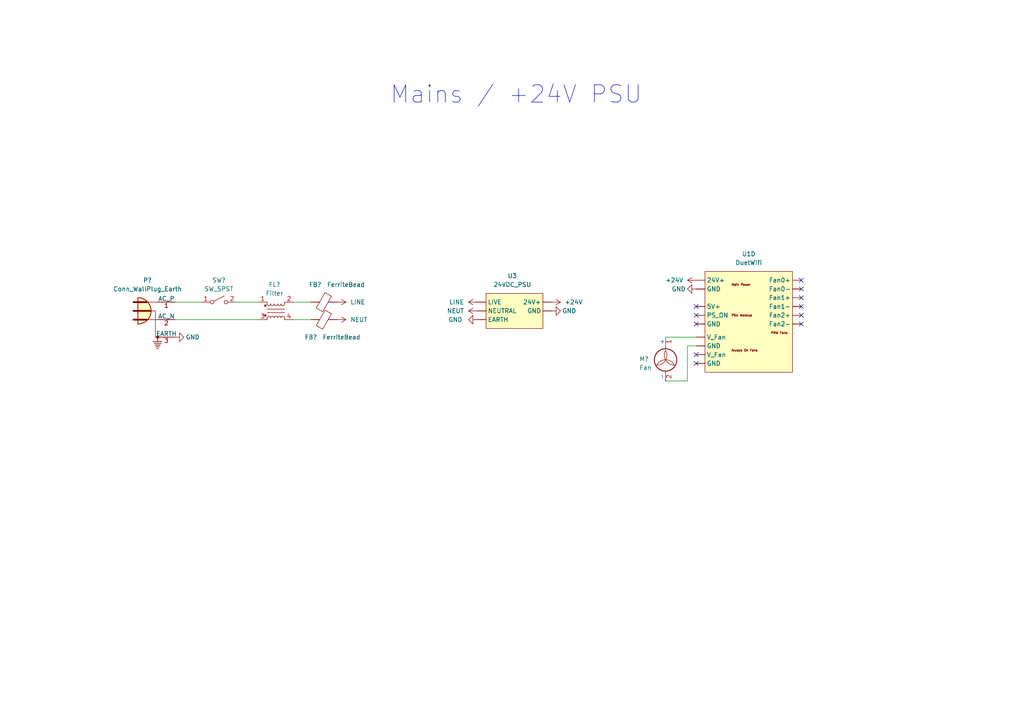
<source format=kicad_sch>
(kicad_sch (version 20211123) (generator eeschema)
  (paper "A4")
  (title_block (title "Mains / +24V PSU"))
  (lib_symbols
    (symbol "Connector:Conn_WallPlug_Earth" (pin_names (offset 0))
      (property "Reference" "P" (at 0 3.81 0))
      (property "Value" "Conn_WallPlug_Earth" (at -5.08 0 90))
      (symbol "Conn_WallPlug_Earth_0_1"
        (arc (start -3.175 -3.81) (mid 0.635 0) (end -3.175 3.81) (stroke (width 0.254)) (fill (type background)))
        (polyline (pts (xy -4.445 -2.54) (xy -0.635 -2.54)) (stroke (width 0.508)))
        (polyline (pts (xy -4.445 0) (xy 0.508 0)) (stroke (width 0.508)))
        (polyline (pts (xy -4.445 2.54) (xy -0.635 2.54)) (stroke (width 0.508)))
        (polyline (pts (xy -3.175 -3.81) (xy -3.175 3.81)) (stroke (width 0.254)))
        (polyline (pts (xy -0.635 -2.54) (xy 2.54 -2.54)))
        (polyline (pts (xy -0.635 2.54) (xy 2.54 2.54)))
        (polyline (pts (xy 1.524 -9.398) (xy 3.556 -9.398)) (stroke (width 0.2032)))
        (polyline (pts (xy 1.778 -9.906) (xy 3.302 -9.906)) (stroke (width 0.2032)))
        (polyline (pts (xy 2.032 -10.414) (xy 3.048 -10.414)) (stroke (width 0.2032)))
        (polyline (pts (xy 2.286 -10.922) (xy 2.794 -10.922)) (stroke (width 0.2032)))
        (polyline (pts (xy 2.54 -7.62) (xy 2.54 -8.89)) (stroke (width 0.2032)))
        (polyline (pts (xy 3.81 -8.89) (xy 1.27 -8.89)) (stroke (width 0.2032)))
        (polyline (pts (xy 2.54 -7.62) (xy 1.905 -7.62) (xy 1.905 0) (xy -4.445 0)))
        (circle (center 2.54 -7.62) (radius 0.3556) (fill (type outline)))
      )
      (symbol "Conn_WallPlug_Earth_1_1"
        (pin power_out line (at 7.62 2.54 180) (length 5.08) (name "AC_P") (number "1"))
        (pin power_out line (at 7.62 -2.54 180) (length 5.08) (name "AC_N") (number "2"))
        (pin passive line (at 7.62 -7.62 180) (length 5.08) (name "EARTH") (number "3"))
      )
    )
    (symbol "Custom_Boards:24VDC_PSU"
      (property "Reference" "U" (at 5.08 8.89 0))
      (property "Value" "24VDC_PSU" (at -3.81 8.89 0))
      (symbol "24VDC_PSU_0_1"
        (rectangle (start -8.89 7.62) (end 7.62 -2.54) (fill (type background)))
      )
      (symbol "24VDC_PSU_1_1"
        (pin power_out line (at -11.43 5.08 0) (length 2.54) (name "24V+") (number ""))
        (pin power_in line (at 10.16 0 180) (length 2.54) (name "EARTH") (number ""))
        (pin power_out line (at -11.43 2.54 0) (length 2.54) (name "GND") (number ""))
        (pin power_in line (at 10.16 5.08 180) (length 2.54) (name "LIVE") (number ""))
        (pin power_in line (at 10.16 2.54 180) (length 2.54) (name "NEUTRAL") (number ""))
      )
    )
    (symbol "Device:FerriteBead" (pin_numbers hide) (pin_names (offset 0))
      (property "Reference" "FB" (at -3.81 0.635 90))
      (property "Value" "FerriteBead" (at 3.81 0 90))
      (symbol "FerriteBead_0_1"
        (polyline (pts (xy 0 -1.27) (xy 0 -1.2192)))
        (polyline (pts (xy 0 1.27) (xy 0 1.2954)))
        (polyline (pts (xy -2.7686 0.4064) (xy -1.7018 2.2606) (xy 2.7686 -0.3048) (xy 1.6764 -2.159) (xy -2.7686 0.4064)))
      )
      (symbol "FerriteBead_1_1"
        (pin passive line (at 0 3.81 270) (length 2.54) (name "~") (number "1"))
        (pin passive line (at 0 -3.81 90) (length 2.54) (name "~") (number "2"))
      )
    )
    (symbol "Device:Filter_EMI_CommonMode" (pin_names (offset 0.254) hide)
      (property "Reference" "FL" (at 0 4.445 0))
      (property "Value" "Filter_EMI_CommonMode" (at 0 -4.445 0))
      (symbol "Filter_EMI_CommonMode_0_1"
        (circle (center -3.048 -1.27) (radius 0.254) (fill (type outline)))
        (circle (center -3.048 1.524) (radius 0.254) (fill (type outline)))
        (arc (start -2.54 2.032) (mid -2.032 1.524) (end -1.524 2.032))
        (arc (start -1.524 -2.032) (mid -2.032 -1.524) (end -2.54 -2.032))
        (arc (start -1.524 2.032) (mid -1.016 1.524) (end -0.508 2.032))
        (arc (start -0.508 -2.032) (mid -1.016 -1.524) (end -1.524 -2.032))
        (arc (start -0.508 2.032) (mid 0 1.524) (end 0.508 2.032))
        (polyline (pts (xy -2.54 -2.032) (xy -2.54 -2.54)))
        (polyline (pts (xy -2.54 0.508) (xy 2.54 0.508)))
        (polyline (pts (xy -2.54 2.032) (xy -2.54 2.54)))
        (polyline (pts (xy 2.54 -2.032) (xy 2.54 -2.54)))
        (polyline (pts (xy 2.54 -0.508) (xy -2.54 -0.508)))
        (polyline (pts (xy 2.54 2.54) (xy 2.54 2.032)))
        (arc (start 0.508 -2.032) (mid 0 -1.524) (end -0.508 -2.032))
        (arc (start 0.508 2.032) (mid 1.016 1.524) (end 1.524 2.032))
        (arc (start 1.524 -2.032) (mid 1.016 -1.524) (end 0.508 -2.032))
        (arc (start 1.524 2.032) (mid 2.032 1.524) (end 2.54 2.032))
        (arc (start 2.54 -2.032) (mid 2.032 -1.524) (end 1.524 -2.032))
      )
      (symbol "Filter_EMI_CommonMode_1_1"
        (pin passive line (at -5.08 2.54 0) (length 2.54) (name "1") (number "1"))
        (pin passive line (at 5.08 2.54 180) (length 2.54) (name "2") (number "2"))
        (pin passive line (at -5.08 -2.54 0) (length 2.54) (name "3") (number "3"))
        (pin passive line (at 5.08 -2.54 180) (length 2.54) (name "4") (number "4"))
      )
    )
    (symbol "DuetWifi_8"
      (property "Reference" "U" (at 5.08 2.54 0))
      (property "Value" "DuetWifi_8" (at -5.08 2.54 0))
      (symbol "DuetWifi_8_1_0"
        (text "Stepper Outputs" (at -10.16 -30.48 0) (effects (font (size 0.635 0.635)) (justify left)))
        (text "Stepper Outputs" (at -10.16 -30.48 0) (effects (font (size 0.635 0.635)) (justify left)))
      )
      (symbol "DuetWifi_8_1_1"
        (rectangle (start -13.97 0) (end 15.24 -38.1) (fill (type background)))
        (pin output line (at -16.51 -2.54 0) (length 2.54) (name "Drive0_A+") (number ""))
        (pin output line (at -16.51 -5.08 0) (length 2.54) (name "Drive0_A-") (number ""))
        (pin output line (at -16.51 -7.62 0) (length 2.54) (name "Drive0_B+") (number ""))
        (pin output line (at -16.51 -10.16 0) (length 2.54) (name "Drive0_B-") (number ""))
        (pin output line (at -16.51 -15.24 0) (length 2.54) (name "Drive1_A+") (number ""))
        (pin output line (at -16.51 -17.78 0) (length 2.54) (name "Drive1_A-") (number ""))
        (pin output line (at -16.51 -20.32 0) (length 2.54) (name "Drive1_B+") (number ""))
        (pin output line (at -16.51 -22.86 0) (length 2.54) (name "Drive1_B-") (number ""))
        (pin output line (at 17.78 -2.54 180) (length 2.54) (name "Drive2_A+") (number ""))
        (pin output line (at 17.78 -5.08 180) (length 2.54) (name "Drive2_A-") (number ""))
        (pin output line (at 17.78 -7.62 180) (length 2.54) (name "Drive2_B+") (number ""))
        (pin output line (at 17.78 -10.16 180) (length 2.54) (name "Drive2_B-") (number ""))
        (pin output line (at 17.78 -15.24 180) (length 2.54) (name "Drive3_A+") (number ""))
        (pin output line (at 17.78 -17.78 180) (length 2.54) (name "Drive3_A-") (number ""))
        (pin output line (at 17.78 -20.32 180) (length 2.54) (name "Drive3_B+") (number ""))
        (pin output line (at 17.78 -22.86 180) (length 2.54) (name "Drive3_B-") (number ""))
        (pin output line (at 17.78 -27.94 180) (length 2.54) (name "Drive4_A+") (number ""))
        (pin output line (at 17.78 -30.48 180) (length 2.54) (name "Drive4_A-") (number ""))
        (pin output line (at 17.78 -33.02 180) (length 2.54) (name "Drive4_B+") (number ""))
        (pin output line (at 17.78 -35.56 180) (length 2.54) (name "Drive4_B-") (number ""))
      )
      (symbol "DuetWifi_8_2_0"
        (rectangle (start -11.43 0) (end 11.43 -30.48) (fill (type background)))
        (text "End Stops" (at 0 -12.7 0) (effects (font (size 0.635 0.635))))
      )
      (symbol "DuetWifi_8_2_1"
        (pin power_out line (at -13.97 -22.86 0) (length 2.54) (name "3.3V") (number ""))
        (pin power_out line (at -13.97 -13.97 0) (length 2.54) (name "3.3V") (number ""))
        (pin power_out line (at 13.97 -20.32 180) (length 2.54) (name "3.3V") (number ""))
        (pin power_out line (at 13.97 -13.97 180) (length 2.54) (name "3.3V") (number ""))
        (pin power_out line (at 13.97 -5.08 180) (length 2.54) (name "3.3V") (number ""))
        (pin bidirectional line (at -13.97 -5.08 0) (length 2.54) (name "DIR11/LCD_E") (number ""))
        (pin input line (at 13.97 -7.62 180) (length 2.54) (name "E0_STOP") (number ""))
        (pin input line (at 13.97 -16.51 180) (length 2.54) (name "E1_STOP") (number ""))
        (pin power_out line (at -13.97 -20.32 0) (length 2.54) (name "GND") (number ""))
        (pin power_out line (at -13.97 -11.43 0) (length 2.54) (name "GND") (number ""))
        (pin power_out line (at -13.97 -2.54 0) (length 2.54) (name "GND") (number ""))
        (pin power_out line (at 13.97 -25.4 180) (length 2.54) (name "GND") (number ""))
        (pin power_out line (at 13.97 -11.43 180) (length 2.54) (name "GND") (number ""))
        (pin power_out line (at 13.97 -2.54 180) (length 2.54) (name "GND") (number ""))
        (pin input line (at -13.97 -25.4 0) (length 2.54) (name "X_STOP") (number ""))
        (pin input line (at -13.97 -16.51 0) (length 2.54) (name "Y_STOP") (number ""))
        (pin input line (at 13.97 -27.94 180) (length 2.54) (name "Z_PROBE_IN") (number ""))
        (pin output line (at 13.97 -22.86 180) (length 2.54) (name "Z_PROBE_MOD") (number ""))
        (pin input line (at -13.97 -7.62 0) (length 2.54) (name "Z_STOP") (number ""))
      )
      (symbol "DuetWifi_8_3_0"
        (rectangle (start -13.97 0) (end 15.24 -22.86) (fill (type background)))
        (text "Bed Output" (at 8.89 -20.32 0) (effects (font (size 0.635 0.635)) (justify left)))
        (text "Temp Sensors" (at -11.43 -20.32 0) (effects (font (size 0.635 0.635)) (justify left)))
      )
      (symbol "DuetWifi_8_3_1"
        (pin output line (at 17.78 -5.08 180) (length 2.54) (name "Bed-") (number ""))
        (pin output line (at 17.78 -11.43 180) (length 2.54) (name "E0") (number ""))
        (pin output line (at 17.78 -17.78 180) (length 2.54) (name "E1") (number ""))
        (pin input line (at -16.51 -2.54 0) (length 2.54) (name "Thermistor0+") (number ""))
        (pin input line (at -16.51 -5.08 0) (length 2.54) (name "Thermistor0-") (number ""))
        (pin input line (at -16.51 -8.89 0) (length 2.54) (name "Thermistor1+") (number ""))
        (pin input line (at -16.51 -11.43 0) (length 2.54) (name "Thermistor1-") (number ""))
        (pin input line (at -16.51 -15.24 0) (length 2.54) (name "Thermistor2+") (number ""))
        (pin input line (at -16.51 -17.78 0) (length 2.54) (name "Thermistor2-") (number ""))
        (pin power_in line (at 17.78 -15.24 180) (length 2.54) (name "VIN") (number ""))
        (pin power_in line (at 17.78 -8.89 180) (length 2.54) (name "VIN") (number ""))
        (pin power_in line (at 17.78 -2.54 180) (length 2.54) (name "VIN") (number ""))
      )
      (symbol "DuetWifi_8_4_0"
        (text "Always On Fans" (at -5.08 -22.86 0) (effects (font (size 0.635 0.635)) (justify left)))
        (text "Main Power" (at -5.08 -3.81 0) (effects (font (size 0.635 0.635)) (justify left)))
        (text "PMW Fans" (at 6.35 -17.78 0) (effects (font (size 0.635 0.635)) (justify left)))
        (text "PSU Wakeup" (at -5.08 -12.7 0) (effects (font (size 0.635 0.635)) (justify left)))
      )
      (symbol "DuetWifi_8_4_1"
        (rectangle (start -12.7 0) (end 12.7 -29.21) (fill (type background)))
        (pin power_in line (at -15.24 -2.54 0) (length 2.54) (name "24V+") (number ""))
        (pin power_in line (at -15.24 -10.16 0) (length 2.54) (name "5V+") (number ""))
        (pin output line (at 15.24 -2.54 180) (length 2.54) (name "Fan0+") (number ""))
        (pin output line (at 15.24 -5.08 180) (length 2.54) (name "Fan0-") (number ""))
        (pin output line (at 15.24 -7.62 180) (length 2.54) (name "Fan1+") (number ""))
        (pin output line (at 15.24 -10.16 180) (length 2.54) (name "Fan1-") (number ""))
        (pin output line (at 15.24 -12.7 180) (length 2.54) (name "Fan2+") (number ""))
        (pin output line (at 15.24 -15.24 180) (length 2.54) (name "Fan2-") (number ""))
        (pin output line (at -15.24 -26.67 0) (length 2.54) (name "GND") (number ""))
        (pin output line (at -15.24 -21.59 0) (length 2.54) (name "GND") (number ""))
        (pin power_in line (at -15.24 -15.24 0) (length 2.54) (name "GND") (number ""))
        (pin power_in line (at -15.24 -5.08 0) (length 2.54) (name "GND") (number ""))
        (pin input line (at -15.24 -12.7 0) (length 2.54) (name "PS_ON") (number ""))
        (pin output line (at -15.24 -24.13 0) (length 2.54) (name "V_Fan") (number ""))
        (pin output line (at -15.24 -19.05 0) (length 2.54) (name "V_Fan") (number ""))
      )
      (symbol "DuetWifi_8_5_0"
        (text "LCD" (at -11.43 -12.7 0) (effects (font (size 0.635 0.635)) (justify left)))
        (text "Panel Due" (at 0 -1.27 0) (effects (font (size 0.635 0.635))))
      )
      (symbol "DuetWifi_8_5_1"
        (rectangle (start -12.7 0) (end 11.43 -13.97) (fill (type background)))
        (pin power_out line (at -15.24 -2.54 0) (length 2.54) (name "+5V") (number ""))
        (pin power_out line (at -15.24 -5.08 0) (length 2.54) (name "GND") (number ""))
        (pin input line (at -15.24 -7.62 0) (length 2.54) (name "URXD0") (number ""))
        (pin output line (at -15.24 -10.16 0) (length 2.54) (name "UTXD0") (number ""))
      )
      (symbol "DuetWifi_8_6_0"
        (rectangle (start -15.24 0) (end 15.24 -15.24) (fill (type background)))
        (text "Temp DaughterBoard" (at -1.27 -2.54 0) (effects (font (size 0.635 0.635))))
      )
      (symbol "DuetWifi_8_6_1"
        (pin no_connect line (at -17.78 -2.54 0) (length 2.54) (name "NC") (number "10"))
        (pin power_out line (at -17.78 -12.7 0) (length 2.54) (name "GND") (number "2"))
        (pin bidirectional line (at 17.78 -10.16 180) (length 2.54) (name "SPI_CS1") (number "3"))
        (pin bidirectional line (at 17.78 -12.7 180) (length 2.54) (name "SPI_CS2") (number "3"))
        (pin bidirectional line (at -17.78 -10.16 0) (length 2.54) (name "SPI_SCK") (number "4"))
        (pin bidirectional line (at 17.78 -7.62 180) (length 2.54) (name "SPI_MOSI") (number "5"))
        (pin bidirectional line (at -17.78 -7.62 0) (length 2.54) (name "SPI_MISO") (number "6"))
        (pin bidirectional line (at 17.78 -5.08 180) (length 2.54) (name "SPI_CS3") (number "7"))
        (pin power_out line (at -17.78 -5.08 0) (length 2.54) (name "3.3V+") (number "8"))
        (pin bidirectional line (at 17.78 -2.54 180) (length 2.54) (name "SPI_CS4") (number "9"))
      )
      (symbol "DuetWifi_8_7_0"
        (rectangle (start -17.78 0) (end 16.51 -68.58) (fill (type background)))
        (text "E2 = Drive5" (at -3.81 -5.08 0) (effects (font (size 0.635 0.635)) (justify left)))
        (text "E3 = Drive6" (at -3.81 -6.35 0) (effects (font (size 0.635 0.635)) (justify left)))
        (text "E4 = Drive7" (at -3.81 -7.62 0) (effects (font (size 0.635 0.635)) (justify left)))
        (text "E5 = Drive8" (at -3.81 -8.89 0) (effects (font (size 0.635 0.635)) (justify left)))
        (text "E6 = Drive9" (at -3.81 -10.16 0) (effects (font (size 0.635 0.635)) (justify left)))
        (text "Expansion" (at -1.27 -2.54 0) (effects (font (size 0.635 0.635))))
      )
      (symbol "DuetWifi_8_7_1"
        (pin power_out line (at -20.32 -2.54 0) (length 2.54) (name "+5V") (number "1"))
        (pin bidirectional line (at 19.05 -15.24 180) (length 2.54) (name "E3_En") (number "10"))
        (pin bidirectional line (at -20.32 -15.24 0) (length 2.54) (name "E3_Dir") (number "11"))
        (pin bidirectional line (at 19.05 -17.78 180) (length 2.54) (name "E4_Stop") (number "12"))
        (pin bidirectional line (at -20.32 -17.78 0) (length 2.54) (name "Heater4") (number "13"))
        (pin bidirectional line (at 19.05 -20.32 180) (length 2.54) (name "E4_Dir") (number "14"))
        (pin bidirectional line (at -20.32 -20.32 0) (length 2.54) (name "E4_Step") (number "15"))
        (pin bidirectional line (at 19.05 -22.86 180) (length 2.54) (name "Heater5") (number "16"))
        (pin bidirectional line (at -20.32 -22.86 0) (length 2.54) (name "E4_En") (number "17"))
        (pin bidirectional line (at 19.05 -25.4 180) (length 2.54) (name "E5_Step") (number "18"))
        (pin bidirectional line (at -20.32 -25.4 0) (length 2.54) (name "E5_Stop") (number "19"))
        (pin power_out line (at 19.05 -2.54 180) (length 2.54) (name "GND") (number "2"))
        (pin bidirectional line (at 19.05 -27.94 180) (length 2.54) (name "E5_En") (number "20"))
        (pin bidirectional line (at -20.32 -27.94 0) (length 2.54) (name "E5_Dir") (number "21"))
        (pin bidirectional line (at 19.05 -30.48 180) (length 2.54) (name "E5_En") (number "22"))
        (pin bidirectional line (at -20.32 -30.48 0) (length 2.54) (name "Heater6") (number "23"))
        (pin bidirectional line (at 19.05 -33.02 180) (length 2.54) (name "E6_Stop") (number "24"))
        (pin bidirectional line (at -20.32 -33.02 0) (length 2.54) (name "E6_Step") (number "25"))
        (pin bidirectional line (at 19.05 -35.56 180) (length 2.54) (name "E6_Dir") (number "26"))
        (pin bidirectional line (at -20.32 -35.56 0) (length 2.54) (name "E6_En") (number "27"))
        (pin bidirectional line (at 19.05 -38.1 180) (length 2.54) (name "ENN") (number "28"))
        (pin bidirectional line (at -20.32 -38.1 0) (length 2.54) (name "PB6/TMS") (number "29"))
        (pin power_out line (at -20.32 -5.08 0) (length 2.54) (name "+3.3V") (number "3"))
        (pin power_out line (at 19.05 -40.64 180) (length 2.54) (name "GND") (number "30"))
        (pin bidirectional line (at -20.32 -40.64 0) (length 2.54) (name "Heater7") (number "31"))
        (pin bidirectional line (at 19.05 -43.18 180) (length 2.54) (name "SPI1_SCK_BE") (number "32"))
        (pin bidirectional line (at -20.32 -43.18 0) (length 2.54) (name "SPI1_Mosi_B") (number "33"))
        (pin bidirectional line (at 19.05 -45.72 180) (length 2.54) (name "Spi1_MISO") (number "34"))
        (pin bidirectional line (at -20.32 -45.72 0) (length 2.54) (name "Thermistor3") (number "35"))
        (pin bidirectional line (at 19.05 -48.26 180) (length 2.54) (name "Thermistor4") (number "36"))
        (pin bidirectional line (at -20.32 -48.26 0) (length 2.54) (name "Thermistor5") (number "37"))
        (pin bidirectional line (at 19.05 -50.8 180) (length 2.54) (name "Thermistor6") (number "38"))
        (pin bidirectional line (at -20.32 -50.8 0) (length 2.54) (name "Thermistor7") (number "39"))
        (pin bidirectional line (at 19.05 -7.62 180) (length 2.54) (name "E2_Dir") (number "4"))
        (pin bidirectional line (at 19.05 -5.08 180) (length 2.54) (name "E2_Stop") (number "4"))
        (pin bidirectional line (at 19.05 -53.34 180) (length 2.54) (name "VSSA") (number "40"))
        (pin bidirectional line (at -20.32 -53.34 0) (length 2.54) (name "ADVREF") (number "41"))
        (pin power_out line (at 19.05 -55.88 180) (length 2.54) (name "GND") (number "42"))
        (pin power_out line (at -20.32 -55.88 0) (length 2.54) (name "+3.3V") (number "43"))
        (pin bidirectional line (at 19.05 -58.42 180) (length 2.54) (name "Reset") (number "44"))
        (pin bidirectional line (at -20.32 -58.42 0) (length 2.54) (name "TWDO") (number "45"))
        (pin bidirectional line (at 19.05 -60.96 180) (length 2.54) (name "TWCK0") (number "46"))
        (pin bidirectional line (at -20.32 -60.96 0) (length 2.54) (name "SPI0_SCK") (number "47"))
        (pin bidirectional line (at 19.05 -63.5 180) (length 2.54) (name "SPI0_MOSI") (number "48"))
        (pin bidirectional line (at -20.32 -63.5 0) (length 2.54) (name "SPI0_MISO") (number "49"))
        (pin bidirectional line (at -20.32 -7.62 0) (length 2.54) (name "E2_Step") (number "5"))
        (pin bidirectional line (at 19.05 -66.04 180) (length 2.54) (name "CS5") (number "50"))
        (pin bidirectional line (at 19.05 -10.16 180) (length 2.54) (name "Heater3") (number "6"))
        (pin bidirectional line (at -20.32 -10.16 0) (length 2.54) (name "E2_En") (number "7"))
        (pin bidirectional line (at 19.05 -12.7 180) (length 2.54) (name "E3_Step") (number "8"))
        (pin bidirectional line (at -20.32 -12.7 0) (length 2.54) (name "E3_Stop") (number "9"))
      )
      (symbol "DuetWifi_8_8_0"
        (text "Panel Due" (at -3.81 -1.27 0) (effects (font (size 0.635 0.635)) (justify left)))
        (text "SD Card" (at -1.27 -13.97 0) (effects (font (size 0.635 0.635))))
      )
      (symbol "DuetWifi_8_8_1"
        (rectangle (start -12.7 0) (end 11.43 -15.24) (fill (type background)))
        (pin bidirectional line (at -15.24 -2.54 0) (length 2.54) (name "UTXD0") (number "10"))
        (pin power_out line (at 13.97 -12.7 180) (length 2.54) (name "+5V") (number "2"))
        (pin power_out line (at -15.24 -12.7 0) (length 2.54) (name "GND") (number "2"))
        (pin bidirectional line (at 13.97 -10.16 180) (length 2.54) (name "SPI_CS0") (number "3"))
        (pin bidirectional line (at -15.24 -10.16 0) (length 2.54) (name "SPI_SCK") (number "4"))
        (pin bidirectional line (at 13.97 -7.62 180) (length 2.54) (name "SPI_MOSI") (number "5"))
        (pin bidirectional line (at -15.24 -7.62 0) (length 2.54) (name "SPI_MOSI") (number "6"))
        (pin bidirectional line (at 13.97 -5.08 180) (length 2.54) (name "ENC_SW") (number "7"))
        (pin power_out line (at -15.24 -5.08 0) (length 2.54) (name "+3.3V") (number "8"))
        (pin bidirectional line (at 13.97 -2.54 180) (length 2.54) (name "URXD0") (number "9"))
      )
      (symbol "DuetWifi_8_9_0"
        (text "Conn LCD" (at -2.54 -1.27 0) (effects (font (size 0.635 0.635)) (justify left)))
        (text "Stepper Channel 10/11" (at 0 -13.97 0) (effects (font (size 0.635 0.635))))
      )
      (symbol "DuetWifi_8_9_1"
        (rectangle (start -20.32 0) (end 19.05 -15.24) (fill (type background)))
        (pin power_out line (at 21.59 -12.7 180) (length 2.54) (name "+3.3V") (number "1"))
        (pin bidirectional line (at -22.86 -2.54 0) (length 2.54) (name "STP11/LCD_DB4") (number "10"))
        (pin power_out line (at -22.86 -12.7 0) (length 2.54) (name "GND") (number "2"))
        (pin bidirectional line (at 21.59 -10.16 180) (length 2.54) (name "STOP10/ENC_B") (number "3"))
        (pin bidirectional line (at -22.86 -10.16 0) (length 2.54) (name "STOP11/ENC_A") (number "4"))
        (pin bidirectional line (at 21.59 -7.62 180) (length 2.54) (name "EN10/LCD_DB7") (number "5"))
        (pin bidirectional line (at -22.86 -7.62 0) (length 2.54) (name "EN11/LCD_RS") (number "6"))
        (pin bidirectional line (at 21.59 -5.08 180) (length 2.54) (name "DIR10/LCD_DB6") (number "7"))
        (pin bidirectional line (at -22.86 -5.08 0) (length 2.54) (name "DIR11/LCD_E") (number "8"))
        (pin bidirectional line (at 21.59 -2.54 180) (length 2.54) (name "STP10/LCD_DB5") (number "9"))
      )
    )
    (symbol "Motor:Fan" (pin_names (offset 0))
      (property "Reference" "M" (at 2.54 5.08 0))
      (property "Value" "Fan" (at 2.54 -2.54 0))
      (symbol "Fan_0_1"
        (arc (start -2.54 -0.508) (mid 0.0028 0.9121) (end 0 3.81))
        (polyline (pts (xy 0 -5.08) (xy 0 -4.572)))
        (polyline (pts (xy 0 -2.2352) (xy 0 -2.6416)))
        (polyline (pts (xy 0 4.2672) (xy 0 4.6228)))
        (polyline (pts (xy 0 4.572) (xy 0 5.08)))
        (circle (center 0 1.016) (radius 3.2512) (stroke (width 0.254)))
        (arc (start 0 3.81) (mid 0.053 0.921) (end 2.54 -0.508))
        (arc (start 2.54 -0.508) (mid 0 1.0618) (end -2.54 -0.508))
      )
      (symbol "Fan_1_1"
        (pin passive line (at 0 7.62 270) (length 2.54) (name "+") (number "1"))
        (pin passive line (at 0 -5.08 90) (length 2.54) (name "-") (number "2"))
      )
    )
    (symbol "Switch:SW_SPST" (pin_names (offset 0) hide)
      (property "Reference" "SW" (at 0 3.175 0))
      (property "Value" "SW_SPST" (at 0 -2.54 0))
      (symbol "SW_SPST_0_0"
        (circle (center -2.032 0) (radius 0.508))
        (polyline (pts (xy -1.524 0.254) (xy 1.524 1.778)))
        (circle (center 2.032 0) (radius 0.508))
      )
      (symbol "SW_SPST_1_1"
        (pin passive line (at -5.08 0 0) (length 2.54) (name "A") (number "1"))
        (pin passive line (at 5.08 0 180) (length 2.54) (name "B") (number "2"))
      )
    )
    (symbol "power:+24V" (power) (pin_names (offset 0))
      (property "Value" "+24V" (at 0 3.556 0))
      (symbol "+24V_0_1"
        (polyline (pts (xy -0.762 1.27) (xy 0 2.54)))
        (polyline (pts (xy 0 0) (xy 0 2.54)))
        (polyline (pts (xy 0 2.54) (xy 0.762 1.27)))
      )
      (symbol "+24V_1_1"
        (pin power_in line (at 0 0 90) (length 0) hide (name "+24V") (number "1"))
      )
    )
    (symbol "power:GND" (power) (pin_names (offset 0))
      (property "Value" "GND" (at 0 -3.81 0))
      (symbol "GND_0_1"
        (polyline (pts (xy 0 0) (xy 0 -1.27) (xy 1.27 -1.27) (xy 0 -2.54) (xy -1.27 -1.27) (xy 0 -1.27)))
      )
      (symbol "GND_1_1"
        (pin power_in line (at 0 0 270) (length 0) hide (name "GND") (number "1"))
      )
    )
    (symbol "power:LINE" (power) (pin_names (offset 0))
      (property "Value" "LINE" (at 0 3.81 0))
      (symbol "LINE_0_1"
        (polyline (pts (xy -0.762 1.27) (xy 0 2.54)))
        (polyline (pts (xy 0 0) (xy 0 2.54)))
        (polyline (pts (xy 0 2.54) (xy 0.762 1.27)))
      )
      (symbol "LINE_1_1"
        (pin power_in line (at 0 0 90) (length 0) hide (name "LINE") (number "1"))
      )
    )
    (symbol "power:NEUT" (power) (pin_names (offset 0))
      (property "Value" "NEUT" (at 0 3.81 0))
      (symbol "NEUT_0_1"
        (polyline (pts (xy -0.762 1.27) (xy 0 2.54)))
        (polyline (pts (xy 0 0) (xy 0 2.54)))
        (polyline (pts (xy 0 2.54) (xy 0.762 1.27)))
      )
      (symbol "NEUT_1_1"
        (pin power_in line (at 0 0 90) (length 0) hide (name "NEUT") (number "1"))
      )
    )
  )
  (no_connect (at 232.41 86.36))
  (no_connect (at 232.41 88.9))
  (no_connect (at 201.93 91.44))
  (no_connect (at 201.93 102.87))
  (no_connect (at 201.93 105.41))
  (no_connect (at 232.41 83.82))
  (no_connect (at 201.93 93.98))
  (no_connect (at 232.41 91.44))
  (no_connect (at 232.41 81.28))
  (no_connect (at 232.41 93.98))
  (no_connect (at 201.93 88.9))
  (wire (pts (xy 50.8 87.63) (xy 58.42 87.63)))
  (wire (pts (xy 68.58 87.63) (xy 74.93 87.63)))
  (wire (pts (xy 193.04 110.49) (xy 199.39 110.49)))
  (wire (pts (xy 193.04 97.79) (xy 201.93 97.79)))
  (wire (pts (xy 201.93 100.33) (xy 199.39 100.33)))
  (wire (pts (xy 85.09 92.71) (xy 90.17 92.71)))
  (wire (pts (xy 85.09 87.63) (xy 90.17 87.63)))
  (wire (pts (xy 50.8 92.71) (xy 74.93 92.71)))
  (wire (pts (xy 199.39 100.33) (xy 199.39 110.49)))
  (text "Mains / +24V PSU" (at 113.03 30.48 0) (effects (font (size 5.02 5.02)) (justify left bottom)))
  (symbol (lib_id "power:NEUT") (at 138.43 90.17 90) (mirror x) (unit 1)
    (property "Reference" "#PWR?" (effects hide))
    (property "Value" "NEUT" (at 134.62 90.1699 90) (effects (justify left)))
  )
  (symbol (lib_id "power:GND") (at 201.93 83.82 270) (unit 1)
    (property "Reference" "#PWR?" (effects hide))
    (property "Value" "GND" (at 196.85 83.82 90))
  )
  (symbol (lib_id "Connector:Conn_WallPlug_Earth") (at 43.18 90.17 0) (unit 1)
    (property "Reference" "P?" (at 42.7863 81.28 0))
    (property "Value" "Conn_WallPlug_Earth" (at 42.7863 83.82 0))
  )
  (symbol (lib_id "power:GND") (at 160.02 90.17 90) (mirror x) (unit 1)
    (property "Reference" "#PWR?" (effects hide))
    (property "Value" "GND" (at 165.1 90.17 90))
  )
  (symbol (lib_id "Device:FerriteBead") (at 93.98 87.63 90) (unit 1)
    (property "Reference" "FB?" (at 91.44 82.55 90))
    (property "Value" "FerriteBead" (at 100.33 82.55 90))
  )
  (symbol (lib_id "Switch:SW_SPST") (at 63.5 87.63 0) (unit 1)
    (property "Reference" "SW?" (at 63.5 81.28 0))
    (property "Value" "SW_SPST" (at 63.5 83.82 0))
  )
  (symbol (lib_id "Custom_Boards:24VDC_PSU") (at 148.59 92.71 0) (mirror y) (unit 1)
    (property "Reference" "U3" (at 148.59 80.01 0))
    (property "Value" "24VDC_PSU" (at 148.59 82.55 0))
  )
  (symbol (lib_id "Device:Filter_EMI_CommonMode") (at 80.01 90.17 0) (unit 1)
    (property "Reference" "FL?" (at 79.629 82.55 0))
    (property "Value" "Filter" (at 79.629 85.09 0))
  )
  (symbol (lib_id "power:+24V") (at 201.93 81.28 90) (unit 1)
    (property "Reference" "#PWR?" (effects hide))
    (property "Value" "+24V" (at 195.58 81.28 90))
  )
  (symbol (lib_id "power:NEUT") (at 97.79 92.71 270) (unit 1)
    (property "Reference" "#PWR?" (effects hide))
    (property "Value" "NEUT" (at 101.6 92.7099 90) (effects (justify left)))
  )
  (symbol (lib_name "DuetWifi_8") (lib_id "Custom_Boards:DuetWifi") (at 217.17 78.74 0) (unit 4)
    (property "Reference" "U1" (at 217.17 73.66 0))
    (property "Value" "DuetWifi" (at 217.17 76.2 0))
  )
  (symbol (lib_id "power:GND") (at 50.8 97.79 90) (unit 1)
    (property "Reference" "#PWR?" (effects hide))
    (property "Value" "GND" (at 55.88 97.79 90))
  )
  (symbol (lib_id "power:LINE") (at 138.43 87.63 90) (mirror x) (unit 1)
    (property "Reference" "#PWR?" (effects hide))
    (property "Value" "LINE" (at 134.62 87.6299 90) (effects (justify left)))
  )
  (symbol (lib_id "power:+24V") (at 160.02 87.63 270) (mirror x) (unit 1)
    (property "Reference" "#PWR?" (effects hide))
    (property "Value" "+24V" (at 166.37 87.63 90))
  )
  (symbol (lib_id "Device:FerriteBead") (at 93.98 92.71 90) (unit 1)
    (property "Reference" "FB?" (at 90.17 97.79 90))
    (property "Value" "FerriteBead" (at 99.06 97.79 90))
  )
  (symbol (lib_id "power:LINE") (at 97.79 87.63 270) (unit 1)
    (property "Reference" "#PWR?" (effects hide))
    (property "Value" "LINE" (at 101.6 87.6299 90) (effects (justify left)))
  )
  (symbol (lib_id "power:GND") (at 138.43 92.71 270) (mirror x) (unit 1)
    (property "Reference" "#PWR?" (effects hide))
    (property "Value" "GND" (at 132.08 92.71 90))
  )
  (symbol (lib_id "Motor:Fan") (at 193.04 105.41 0) (unit 1)
    (property "Reference" "M?" (at 185.42 104.14 0) (effects (justify left)))
    (property "Value" "Fan" (at 185.42 106.68 0) (effects (justify left)))
  )
)
</source>
